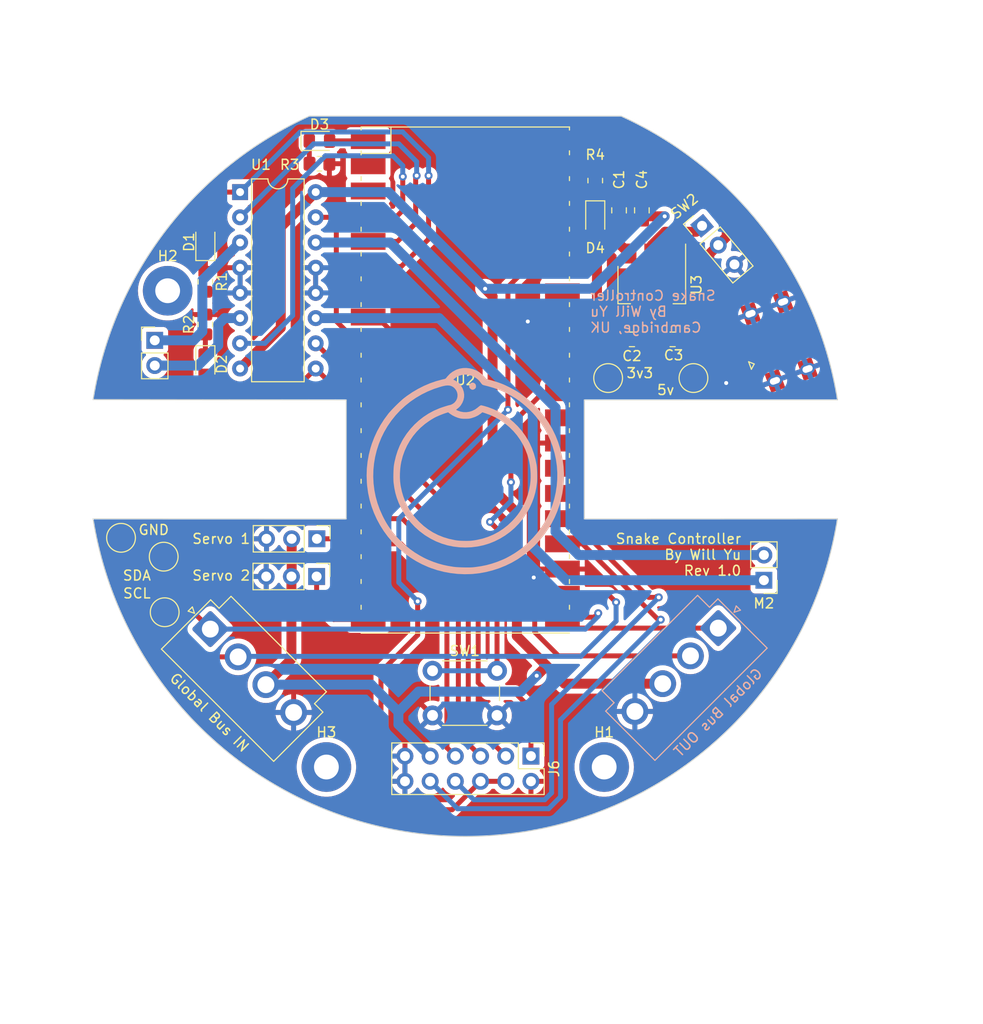
<source format=kicad_pcb>
(kicad_pcb (version 20221018) (generator pcbnew)
  (layers (0 "F.Cu" signal) (31 "B.Cu" signal) (34 "B.Paste" user) (35 "F.Paste" user) (36 "B.SilkS" user "B.Silkscreen") (37 "F.SilkS" user "F.Silkscreen") (38 "B.Mask" user) (39 "F.Mask" user) (44 "Edge.Cuts" user))
  (net 0 "")
  (net 12 "+3V3")
  (net 13 "+5V")
  (net 14 "GND")
  (net 15 "/Motor 1 EN")
  (net 16 "/Motor 1 a")
  (net 17 "Net-(M1-+)")
  (net 18 "Net-(M1--)")
  (net 19 "/Motor 1 b")
  (net 20 "VCC")
  (net 21 "/Motor 2 EN")
  (net 22 "/Motor 2 a")
  (net 23 "Net-(M2-+)")
  (net 24 "Net-(M2--)")
  (net 25 "/Motor 2 b")
  (net 26 "/GPIO10")
  (net 27 "/GPIO11")
  (net 28 "/GPIO12")
  (net 29 "/GPIO13")
  (net 30 "/Servo 1")
  (net 31 "/Servo 2")
  (net 32 "/SDA")
  (net 33 "/SCL")
  (net 34 "Net-(U2-RUN)")
  (net 35 "Net-(D1-K)")
  (net 36 "Net-(D2-K)")
  (net 40 "/USB IN")
  (net 41 "/SCL int")
  (net 42 "/SDA int")
  (net 43 "Net-(D3-K)")
  (net 44 "Net-(D4-K)")
  (net 46 "Net-(D3-A)")
  (footprint "MountingHole:MountingHole_2.5mm_Pad_TopBottom" (layer "F.Cu") (at 44.8 74.6)
    (fp_text reference "H2" (at 0 -3.5) (layer "F.SilkS"))
    (fp_text value "MountingHole")
    (pad "1" thru_hole circle (at 0 0) (size 2.9 2.9) (drill 2.5) (layers "*.Cu" "*.Mask"))
    (pad "1" connect circle (at 0 0) (size 5 5) (layers "F.Cu" "F.Mask"))
    (pad "1" connect circle (at 0 0) (size 5 5) (layers "B.Cu" "B.Mask"))
  )
  (footprint "Capacitor_SMD:C_0805_2012Metric_Pad1.18x1.45mm_HandSolder" (layer "F.Cu") (at 91.6 79.5 180)
    (fp_text reference "C2" (at 0 -1.68) (layer "F.SilkS"))
    (fp_text value "10uF")
    (pad "1" smd roundrect (at -1.0375 0 180) (size 1.175 1.45) (layers "F.Cu" "F.Paste" "F.Mask") (roundrect_rratio 0.2127659574) (net 13 "+5V"))
    (pad "2" smd roundrect (at 1.0375 0 180) (size 1.175 1.45) (layers "F.Cu" "F.Paste" "F.Mask") (roundrect_rratio 0.2127659574) (net 14 "GND"))
  )
  (footprint "Package_DIP:DIP-16_W7.62mm" (layer "F.Cu") (at 52.1 64.66)
    (fp_text reference "U1" (at 2.1 -2.76) (layer "F.SilkS"))
    (fp_text value "L293D")
    (pad "1" thru_hole rect (at 0 0) (size 1.6 1.6) (drill 0.8) (layers "*.Cu" "*.Mask") (net 15 "/Motor 1 EN"))
    (pad "2" thru_hole oval (at 0 2.54) (size 1.6 1.6) (drill 0.8) (layers "*.Cu" "*.Mask") (net 16 "/Motor 1 a"))
    (pad "3" thru_hole oval (at 0 5.08) (size 1.6 1.6) (drill 0.8) (layers "*.Cu" "*.Mask") (net 17 "Net-(M1-+)"))
    (pad "4" thru_hole oval (at 0 7.62) (size 1.6 1.6) (drill 0.8) (layers "*.Cu" "*.Mask") (net 14 "GND"))
    (pad "5" thru_hole oval (at 0 10.16) (size 1.6 1.6) (drill 0.8) (layers "*.Cu" "*.Mask") (net 14 "GND"))
    (pad "6" thru_hole oval (at 0 12.7) (size 1.6 1.6) (drill 0.8) (layers "*.Cu" "*.Mask") (net 18 "Net-(M1--)"))
    (pad "7" thru_hole oval (at 0 15.24) (size 1.6 1.6) (drill 0.8) (layers "*.Cu" "*.Mask") (net 19 "/Motor 1 b"))
    (pad "8" thru_hole oval (at 0 17.78) (size 1.6 1.6) (drill 0.8) (layers "*.Cu" "*.Mask") (net 20 "VCC"))
    (pad "9" thru_hole oval (at 7.62 17.78) (size 1.6 1.6) (drill 0.8) (layers "*.Cu" "*.Mask") (net 21 "/Motor 2 EN"))
    (pad "10" thru_hole oval (at 7.62 15.24) (size 1.6 1.6) (drill 0.8) (layers "*.Cu" "*.Mask") (net 22 "/Motor 2 a"))
    (pad "11" thru_hole oval (at 7.62 12.7) (size 1.6 1.6) (drill 0.8) (layers "*.Cu" "*.Mask") (net 23 "Net-(M2-+)"))
    (pad "12" thru_hole oval (at 7.62 10.16) (size 1.6 1.6) (drill 0.8) (layers "*.Cu" "*.Mask") (net 14 "GND"))
    (pad "13" thru_hole oval (at 7.62 7.62) (size 1.6 1.6) (drill 0.8) (layers "*.Cu" "*.Mask") (net 14 "GND"))
    (pad "14" thru_hole oval (at 7.62 5.08) (size 1.6 1.6) (drill 0.8) (layers "*.Cu" "*.Mask") (net 24 "Net-(M2--)"))
    (pad "15" thru_hole oval (at 7.62 2.54) (size 1.6 1.6) (drill 0.8) (layers "*.Cu" "*.Mask") (net 25 "/Motor 2 b"))
    (pad "16" thru_hole oval (at 7.62 0) (size 1.6 1.6) (drill 0.8) (layers "*.Cu" "*.Mask") (net 20 "VCC"))
  )
  (footprint "MountingHole:MountingHole_2.5mm_Pad_TopBottom" (layer "F.Cu") (at 88.8 122.6)
    (fp_text reference "H1" (at 0 -3.5) (layer "F.SilkS"))
    (fp_text value "MountingHole")
    (pad "1" thru_hole circle (at 0 0) (size 2.9 2.9) (drill 2.5) (layers "*.Cu" "*.Mask"))
    (pad "1" connect circle (at 0 0) (size 5 5) (layers "F.Cu" "F.Mask"))
    (pad "1" connect circle (at 0 0) (size 5 5) (layers "B.Cu" "B.Mask"))
  )
  (footprint "Connector_JST:JST_VH_B4P-VH_1x04_P3.96mm_Vertical" (layer "F.Cu") (at 49.1 108.7 -45)
    (fp_text reference "Global Bus IN" (at 5.868986 6.010408 135) (layer "F.SilkS"))
    (fp_text value "Global Bus IN")
    (pad "1" thru_hole roundrect (at 0 0 315) (size 2.7 2.7) (drill 1.7) (layers "*.Cu" "*.Mask") (roundrect_rratio 0.09259296296) (net 32 "/SDA"))
    (pad "2" thru_hole circle (at 3.96 0 315) (size 2.7 2.7) (drill 1.7) (layers "*.Cu" "*.Mask") (net 33 "/SCL"))
    (pad "3" thru_hole circle (at 7.92 0 315) (size 2.7 2.7) (drill 1.7) (layers "*.Cu" "*.Mask") (net 20 "VCC"))
    (pad "4" thru_hole circle (at 11.88 0 315) (size 2.7 2.7) (drill 1.7) (layers "*.Cu" "*.Mask") (net 14 "GND"))
  )
  (footprint "TestPoint:TestPoint_Pad_D2.5mm" (layer "F.Cu") (at 40.1 99.5)
    (fp_text reference "GND" (at 3.3 -0.8) (layer "F.SilkS"))
    (fp_text value "GND")
    (pad "1" smd circle (at 0 0) (size 2.5 2.5) (layers "F.Cu" "F.Mask") (net 14 "GND"))
  )
  (footprint "TestPoint:TestPoint_Pad_D2.5mm" (layer "F.Cu") (at 44.5 107)
    (fp_text reference "SCL" (at -2.8 -1.9) (layer "F.SilkS"))
    (fp_text value "SCL")
    (pad "1" smd circle (at 0 0) (size 2.5 2.5) (layers "F.Cu" "F.Mask") (net 33 "/SCL"))
  )
  (footprint "Connector_PinHeader_2.54mm:PinHeader_1x03_P2.54mm_Vertical" (layer "F.Cu") (at 98.667319 68.054247 40)
    (fp_text reference "SW2" (at -0.09768 -2.648052 40) (layer "F.SilkS"))
    (fp_text value "SW_SPDT")
    (pad "1" thru_hole rect (at 0 0 40) (size 1.7 1.7) (drill 1) (layers "*.Cu" "*.Mask") (net 13 "+5V"))
    (pad "2" thru_hole oval (at 0 2.54 40) (size 1.7 1.7) (drill 1) (layers "*.Cu" "*.Mask") (net 40 "/USB IN"))
    (pad "3" thru_hole oval (at 0 5.08 40) (size 1.7 1.7) (drill 1) (layers "*.Cu" "*.Mask") (net 14 "GND"))
  )
  (footprint "TestPoint:TestPoint_Pad_D2.5mm" (layer "F.Cu") (at 97.8 83.4)
    (fp_text reference "5v" (at -2.8 1.2) (layer "F.SilkS"))
    (fp_text value "Bat")
    (pad "1" smd circle (at 0 0) (size 2.5 2.5) (layers "F.Cu" "F.Mask") (net 13 "+5V"))
  )
  (footprint "Connector_PinHeader_2.54mm:PinHeader_2x06_P2.54mm_Vertical" (layer "F.Cu") (at 81.42 121.5 -90)
    (fp_text reference "J6" (at 1.27 -2.33 90) (layer "F.SilkS"))
    (fp_text value "Conn_02x06_Odd_Even")
    (pad "1" thru_hole rect (at 0 0 270) (size 1.7 1.7) (drill 1) (layers "*.Cu" "*.Mask") (net 26 "/GPIO10"))
    (pad "2" thru_hole oval (at 2.54 0 270) (size 1.7 1.7) (drill 1) (layers "*.Cu" "*.Mask") (net 14 "GND"))
    (pad "3" thru_hole oval (at 0 2.54 270) (size 1.7 1.7) (drill 1) (layers "*.Cu" "*.Mask") (net 27 "/GPIO11"))
    (pad "4" thru_hole oval (at 2.54 2.54 270) (size 1.7 1.7) (drill 1) (layers "*.Cu" "*.Mask") (net 12 "+3V3"))
    (pad "5" thru_hole oval (at 0 5.08 270) (size 1.7 1.7) (drill 1) (layers "*.Cu" "*.Mask") (net 28 "/GPIO12"))
    (pad "6" thru_hole oval (at 2.54 5.08 270) (size 1.7 1.7) (drill 1) (layers "*.Cu" "*.Mask") (net 12 "+3V3"))
    (pad "7" thru_hole oval (at 0 7.62 270) (size 1.7 1.7) (drill 1) (layers "*.Cu" "*.Mask") (net 29 "/GPIO13"))
    (pad "8" thru_hole oval (at 2.54 7.62 270) (size 1.7 1.7) (drill 1) (layers "*.Cu" "*.Mask") (net 41 "/SCL int"))
    (pad "9" thru_hole oval (at 0 10.16 270) (size 1.7 1.7) (drill 1) (layers "*.Cu" "*.Mask") (net 20 "VCC"))
    (pad "10" thru_hole oval (at 2.54 10.16 270) (size 1.7 1.7) (drill 1) (layers "*.Cu" "*.Mask") (net 42 "/SDA int"))
    (pad "11" thru_hole oval (at 0 12.7 270) (size 1.7 1.7) (drill 1) (layers "*.Cu" "*.Mask") (net 14 "GND"))
    (pad "12" thru_hole oval (at 2.54 12.7 270) (size 1.7 1.7) (drill 1) (layers "*.Cu" "*.Mask") (net 14 "GND"))
  )
  (footprint "LED_SMD:LED_0805_2012Metric_Pad1.15x1.40mm_HandSolder" (layer "F.Cu") (at 48.6 82 -90)
    (fp_text reference "D2" (at 0 -1.65 90) (layer "F.SilkS"))
    (fp_text value "LED")
    (pad "1" smd roundrect (at -1.025 0 270) (size 1.15 1.4) (layers "F.Cu" "F.Paste" "F.Mask") (roundrect_rratio 0.2173913043) (net 36 "Net-(D2-K)"))
    (pad "2" smd roundrect (at 1.025 0 270) (size 1.15 1.4) (layers "F.Cu" "F.Paste" "F.Mask") (roundrect_rratio 0.2173913043) (net 21 "/Motor 2 EN"))
  )
  (footprint "LED_SMD:LED_0805_2012Metric_Pad1.15x1.40mm_HandSolder" (layer "F.Cu") (at 87.9 67.4 -90)
    (fp_text reference "D4" (at 2.9 0 -180) (layer "F.SilkS"))
    (fp_text value "LED")
    (pad "1" smd roundrect (at -1.025 0 270) (size 1.15 1.4) (layers "F.Cu" "F.Paste" "F.Mask") (roundrect_rratio 0.2173913043) (net 44 "Net-(D4-K)"))
    (pad "2" smd roundrect (at 1.025 0 270) (size 1.15 1.4) (layers "F.Cu" "F.Paste" "F.Mask") (roundrect_rratio 0.2173913043) (net 12 "+3V3"))
  )
  (footprint "LED_SMD:LED_0805_2012Metric_Pad1.15x1.40mm_HandSolder" (layer "F.Cu") (at 60.1 59.5)
    (fp_text reference "D3" (at 0 -1.65) (layer "F.SilkS"))
    (fp_text value "LED")
    (pad "1" smd roundrect (at -1.025 0) (size 1.15 1.4) (layers "F.Cu" "F.Paste" "F.Mask") (roundrect_rratio 0.2173913043) (net 43 "Net-(D3-K)"))
    (pad "2" smd roundrect (at 1.025 0) (size 1.15 1.4) (layers "F.Cu" "F.Paste" "F.Mask") (roundrect_rratio 0.2173913043) (net 46 "Net-(D3-A)"))
  )
  (footprint "LED_SMD:LED_0805_2012Metric_Pad1.15x1.40mm_HandSolder" (layer "F.Cu") (at 48.6 69.7 90)
    (fp_text reference "D1" (at 0 -1.65 90) (layer "F.SilkS"))
    (fp_text value "LED")
    (pad "1" smd roundrect (at -1.025 0 90) (size 1.15 1.4) (layers "F.Cu" "F.Paste" "F.Mask") (roundrect_rratio 0.2173913043) (net 35 "Net-(D1-K)"))
    (pad "2" smd roundrect (at 1.025 0 90) (size 1.15 1.4) (layers "F.Cu" "F.Paste" "F.Mask") (roundrect_rratio 0.2173913043) (net 15 "/Motor 1 EN"))
  )
  (footprint "Resistor_SMD:R_0805_2012Metric_Pad1.20x1.40mm_HandSolder" (layer "F.Cu") (at 48.6 78 90)
    (fp_text reference "R2" (at 0 -1.65 90) (layer "F.SilkS"))
    (fp_text value "15")
    (pad "1" smd roundrect (at -1 0 90) (size 1.2 1.4) (layers "F.Cu" "F.Paste" "F.Mask") (roundrect_rratio 0.2083333333) (net 36 "Net-(D2-K)"))
    (pad "2" smd roundrect (at 1 0 90) (size 1.2 1.4) (layers "F.Cu" "F.Paste" "F.Mask") (roundrect_rratio 0.2083333333) (net 14 "GND"))
  )
  (footprint "Library:MicroUSB" (layer "F.Cu") (at 108.069796 79.101465 110)
    (fp_text reference "J5" hide)
    (fp_text value "USB_B_Micro" hide)
    (pad "1" smd rect (at -1.288299 -3.573006 200) (size 2.066012 0.4) (layers "F.Cu" "F.Paste" "F.Mask") (net 40 "/USB IN"))
    (pad "2" smd rect (at -0.638299 -3.573006 200) (size 2.066012 0.4) (layers "F.Cu" "F.Paste" "F.Mask"))
    (pad "3" smd rect (at 0.011701 -3.573006 200) (size 2.066012 0.4) (layers "F.Cu" "F.Paste" "F.Mask"))
    (pad "4" smd rect (at 0.661701 -3.573006 200) (size 2.066012 0.4) (layers "F.Cu" "F.Paste" "F.Mask"))
    (pad "5" smd rect (at 1.311701 -3.573006 200) (size 2.066012 0.4) (layers "F.Cu" "F.Paste" "F.Mask") (net 14 "GND"))
    (pad "6" thru_hole oval (at -3.6 -3.5 200) (size 1.5 1.1) (drill oval 1.05 0.65) (layers "*.Cu" "*.Mask") (net 14 "GND"))
    (pad "6" smd rect (at -3.6 -3.5 110) (size 2 1.5) (layers "F.Cu" "F.Paste" "F.Mask") (net 14 "GND"))
    (pad "6" thru_hole oval (at -3.6 0 200) (size 1.5 1.1) (drill oval 1.05 0.65) (layers "*.Cu" "*.Mask") (net 14 "GND"))
    (pad "6" smd rect (at -3.6 0 110) (size 2 1.5) (layers "F.Cu" "F.Paste" "F.Mask") (net 14 "GND"))
    (pad "6" thru_hole oval (at 3.6 -3.5 200) (size 1.5 1.1) (drill oval 1.05 0.65) (layers "*.Cu" "*.Mask") (net 14 "GND"))
    (pad "6" smd rect (at 3.6 -3.5 110) (size 2 1.5) (layers "F.Cu" "F.Paste" "F.Mask") (net 14 "GND"))
    (pad "6" thru_hole oval (at 3.6 0 200) (size 1.5 1.1) (drill oval 1.05 0.65) (layers "*.Cu" "*.Mask") (net 14 "GND"))
    (pad "6" smd rect (at 3.6 0 110) (size 2 1.5) (layers "F.Cu" "F.Paste" "F.Mask") (net 14 "GND"))
  )
  (footprint "Resistor_SMD:R_0805_2012Metric_Pad1.20x1.40mm_HandSolder" (layer "F.Cu") (at 48.6 73.7 -90)
    (fp_text reference "R1" (at 0 -1.65 90) (layer "F.SilkS"))
    (fp_text value "15")
    (pad "1" smd roundrect (at -1 0 270) (size 1.2 1.4) (layers "F.Cu" "F.Paste" "F.Mask") (roundrect_rratio 0.2083333333) (net 35 "Net-(D1-K)"))
    (pad "2" smd roundrect (at 1 0 270) (size 1.2 1.4) (layers "F.Cu" "F.Paste" "F.Mask") (roundrect_rratio 0.2083333333) (net 14 "GND"))
  )
  (footprint "Connector_PinHeader_2.54mm:PinHeader_1x02_P2.54mm_Vertical" (layer "F.Cu") (at 104.9 103.775 180)
    (fp_text reference "M2" (at 0 -2.33) (layer "F.SilkS"))
    (fp_text value "Motor_DC")
    (pad "1" thru_hole rect (at 0 0 180) (size 1.7 1.7) (drill 1) (layers "*.Cu" "*.Mask") (net 23 "Net-(M2-+)"))
    (pad "2" thru_hole oval (at 0 2.54 180) (size 1.7 1.7) (drill 1) (layers "*.Cu" "*.Mask") (net 24 "Net-(M2--)"))
  )
  (footprint "Capacitor_SMD:C_0805_2012Metric_Pad1.18x1.45mm_HandSolder" (layer "F.Cu") (at 90.3 66.5 90)
    (fp_text reference "C1" (at 3.1 0 90) (layer "F.SilkS"))
    (fp_text value "10uF")
    (pad "1" smd roundrect (at -1.0375 0 90) (size 1.175 1.45) (layers "F.Cu" "F.Paste" "F.Mask") (roundrect_rratio 0.2127659574) (net 20 "VCC"))
    (pad "2" smd roundrect (at 1.0375 0 90) (size 1.175 1.45) (layers "F.Cu" "F.Paste" "F.Mask") (roundrect_rratio 0.2127659574) (net 14 "GND"))
  )
  (footprint "TestPoint:TestPoint_Pad_D2.5mm" (layer "F.Cu") (at 89.2 83.4)
    (fp_text reference "3v3" (at 3.2 -0.5) (layer "F.SilkS"))
    (fp_text value "3v3")
    (pad "1" smd circle (at 0 0) (size 2.5 2.5) (layers "F.Cu" "F.Mask") (net 12 "+3V3"))
  )
  (footprint "Resistor_SMD:R_0805_2012Metric_Pad1.20x1.40mm_HandSolder" (layer "F.Cu") (at 60.1 61.8)
    (fp_text reference "R3" (at -3 0.1) (layer "F.SilkS"))
    (fp_text value "15")
    (pad "1" smd roundrect (at -1 0) (size 1.2 1.4) (layers "F.Cu" "F.Paste" "F.Mask") (roundrect_rratio 0.2083333333) (net 43 "Net-(D3-K)"))
    (pad "2" smd roundrect (at 1 0) (size 1.2 1.4) (layers "F.Cu" "F.Paste" "F.Mask") (roundrect_rratio 0.2083333333) (net 14 "GND"))
  )
  (footprint "Package_TO_SOT_SMD:SOT-223-3_TabPin2" (layer "F.Cu") (at 93.6 74 -90)
    (fp_text reference "U3" (at 0 -4.5 90) (layer "F.SilkS"))
    (fp_text value "AMS1117-5.0")
    (pad "1" smd rect (at -3.15 -2.3 270) (size 2 1.5) (layers "F.Cu" "F.Paste" "F.Mask") (net 14 "GND"))
    (pad "2" smd rect (at -3.15 0 270) (size 2 1.5) (layers "F.Cu" "F.Paste" "F.Mask") (net 13 "+5V"))
    (pad "2" smd rect (at 3.15 0 270) (size 2 3.8) (layers "F.Cu" "F.Paste" "F.Mask") (net 13 "+5V"))
    (pad "3" smd rect (at -3.15 2.3 270) (size 2 1.5) (layers "F.Cu" "F.Paste" "F.Mask") (net 20 "VCC"))
  )
  (footprint "Capacitor_SMD:C_0805_2012Metric_Pad1.18x1.45mm_HandSolder" (layer "F.Cu") (at 92.6 66.5 90)
    (fp_text reference "C4" (at 3.1 0 90) (layer "F.SilkS"))
    (fp_text value "0.1nF")
    (pad "1" smd roundrect (at -1.0375 0 90) (size 1.175 1.45) (layers "F.Cu" "F.Paste" "F.Mask") (roundrect_rratio 0.2127659574) (net 20 "VCC"))
    (pad "2" smd roundrect (at 1.0375 0 90) (size 1.175 1.45) (layers "F.Cu" "F.Paste" "F.Mask") (roundrect_rratio 0.2127659574) (net 14 "GND"))
  )
  (footprint "Button_Switch_THT:SW_PUSH_6mm" (layer "F.Cu") (at 71.5 112.9)
    (fp_text reference "SW1" (at 3.25 -2) (layer "F.SilkS"))
    (fp_text value "SW_Push")
    (pad "1" thru_hole circle (at 0 0 90) (size 2 2) (drill 1.1) (layers "*.Cu" "*.Mask") (net 34 "Net-(U2-RUN)"))
    (pad "1" thru_hole circle (at 6.5 0 90) (size 2 2) (drill 1.1) (layers "*.Cu" "*.Mask") (net 34 "Net-(U2-RUN)"))
    (pad "2" thru_hole circle (at 0 4.5 90) (size 2 2) (drill 1.1) (layers "*.Cu" "*.Mask") (net 14 "GND"))
    (pad "2" thru_hole circle (at 6.5 4.5 90) (size 2 2) (drill 1.1) (layers "*.Cu" "*.Mask") (net 14 "GND"))
  )
  (footprint "MCU_RaspberryPi_and_Boards:RPi_Pico_SMD no debug" (layer "F.Cu") (at 74.8 83.6)
    (fp_text reference "U2" (at 0 0) (layer "F.SilkS"))
    (fp_text value "Pico")
    (pad "1" smd rect (at -8.89 -24.13) (size 3.5 1.7) (drill (offset -0.9 0)) (layers "F.Cu" "F.Mask") (net 46 "Net-(D3-A)"))
    (pad "2" smd rect (at -8.89 -21.59) (size 3.5 1.7) (drill (offset -0.9 0)) (layers "F.Cu" "F.Mask"))
    (pad "3" smd rect (at -8.89 -19.05) (size 3.5 1.7) (drill (offset -0.9 0)) (layers "F.Cu" "F.Mask") (net 14 "GND"))
    (pad "4" smd rect (at -8.89 -16.51) (size 3.5 1.7) (drill (offset -0.9 0)) (layers "F.Cu" "F.Mask") (net 19 "/Motor 1 b"))
    (pad "5" smd rect (at -8.89 -13.97) (size 3.5 1.7) (drill (offset -0.9 0)) (layers "F.Cu" "F.Mask") (net 16 "/Motor 1 a"))
    (pad "6" smd rect (at -8.89 -11.43) (size 3.5 1.7) (drill (offset -0.9 0)) (layers "F.Cu" "F.Mask") (net 15 "/Motor 1 EN"))
    (pad "7" smd rect (at -8.89 -8.89) (size 3.5 1.7) (drill (offset -0.9 0)) (layers "F.Cu" "F.Mask"))
    (pad "8" smd rect (at -8.89 -6.35) (size 3.5 1.7) (drill (offset -0.9 0)) (layers "F.Cu" "F.Mask") (net 14 "GND"))
    (pad "9" smd rect (at -8.89 -3.81) (size 3.5 1.7) (drill (offset -0.9 0)) (layers "F.Cu" "F.Mask") (net 25 "/Motor 2 b"))
    (pad "10" smd rect (at -8.89 -1.27) (size 3.5 1.7) (drill (offset -0.9 0)) (layers "F.Cu" "F.Mask") (net 22 "/Motor 2 a"))
    (pad "11" smd rect (at -8.89 1.27) (size 3.5 1.7) (drill (offset -0.9 0)) (layers "F.Cu" "F.Mask") (net 21 "/Motor 2 EN"))
    (pad "12" smd rect (at -8.89 3.81) (size 3.5 1.7) (drill (offset -0.9 0)) (layers "F.Cu" "F.Mask"))
    (pad "13" smd rect (at -8.89 6.35) (size 3.5 1.7) (drill (offset -0.9 0)) (layers "F.Cu" "F.Mask") (net 14 "GND"))
    (pad "14" smd rect (at -8.89 8.89) (size 3.5 1.7) (drill (offset -0.9 0)) (layers "F.Cu" "F.Mask") (net 26 "/GPIO10"))
    (pad "15" smd rect (at -8.89 11.43) (size 3.5 1.7) (drill (offset -0.9 0)) (layers "F.Cu" "F.Mask") (net 27 "/GPIO11"))
    (pad "16" smd rect (at -8.89 13.97) (size 3.5 1.7) (drill (offset -0.9 0)) (layers "F.Cu" "F.Mask") (net 28 "/GPIO12"))
    (pad "17" smd rect (at -8.89 16.51) (size 3.5 1.7) (drill (offset -0.9 0)) (layers "F.Cu" "F.Mask") (net 29 "/GPIO13"))
    (pad "18" smd rect (at -8.89 19.05) (size 3.5 1.7) (drill (offset -0.9 0)) (layers "F.Cu" "F.Mask") (net 14 "GND"))
    (pad "19" smd rect (at -8.89 21.59) (size 3.5 1.7) (drill (offset -0.9 0)) (layers "F.Cu" "F.Mask") (net 30 "/Servo 1"))
    (pad "20" smd rect (at -8.89 24.13) (size 3.5 1.7) (drill (offset -0.9 0)) (layers "F.Cu" "F.Mask") (net 31 "/Servo 2"))
    (pad "21" smd rect (at 8.89 24.13) (size 3.5 1.7) (drill (offset 0.9 0)) (layers "F.Cu" "F.Mask") (net 32 "/SDA"))
    (pad "22" smd rect (at 8.89 21.59) (size 3.5 1.7) (drill (offset 0.9 0)) (layers "F.Cu" "F.Mask") (net 33 "/SCL"))
    (pad "23" smd rect (at 8.89 19.05) (size 3.5 1.7) (drill (offset 0.9 0)) (layers "F.Cu" "F.Mask") (net 14 "GND"))
    (pad "24" smd rect (at 8.89 16.51) (size 3.5 1.7) (drill (offset 0.9 0)) (layers "F.Cu" "F.Mask") (net 42 "/SDA int"))
    (pad "25" smd rect (at 8.89 13.97) (size 3.5 1.7) (drill (offset 0.9 0)) (layers "F.Cu" "F.Mask") (net 41 "/SCL int"))
    (pad "26" smd rect (at 8.89 11.43) (size 3.5 1.7) (drill (offset 0.9 0)) (layers "F.Cu" "F.Mask"))
    (pad "27" smd rect (at 8.89 8.89) (size 3.5 1.7) (drill (offset 0.9 0)) (layers "F.Cu" "F.Mask"))
    (pad "28" smd rect (at 8.89 6.35) (size 3.5 1.7) (drill (offset 0.9 0)) (layers "F.Cu" "F.Mask") (net 14 "GND"))
    (pad "29" smd rect (at 8.89 3.81) (size 3.5 1.7) (drill (offset 0.9 0)) (layers "F.Cu" "F.Mask"))
    (pad "30" smd rect (at 8.89 1.27) (size 3.5 1.7) (drill (offset 0.9 0)) (layers "F.Cu" "F.Mask") (net 34 "Net-(U2-RUN)"))
    (pad "31" smd rect (at 8.89 -1.27) (size 3.5 1.7) (drill (offset 0.9 0)) (layers "F.Cu" "F.Mask"))
    (pad "32" smd rect (at 8.89 -3.81) (size 3.5 1.7) (drill (offset 0.9 0)) (layers "F.Cu" "F.Mask"))
    (pad "33" smd rect (at 8.89 -6.35) (size 3.5 1.7) (drill (offset 0.9 0)) (layers "F.Cu" "F.Mask") (net 14 "GND"))
    (pad "34" smd rect (at 8.89 -8.89) (size 3.5 1.7) (drill (offset 0.9 0)) (layers "F.Cu" "F.Mask"))
    (pad "35" smd rect (at 8.89 -11.43) (size 3.5 1.7) (drill (offset 0.9 0)) (layers "F.Cu" "F.Mask"))
    (pad "36" smd rect (at 8.89 -13.97) (size 3.5 1.7) (drill (offset 0.9 0)) (layers "F.Cu" "F.Mask") (net 12 "+3V3"))
    (pad "37" smd rect (at 8.89 -16.51) (size 3.5 1.7) (drill (offset 0.9 0)) (layers "F.Cu" "F.Mask"))
    (pad "38" smd rect (at 8.89 -19.05) (size 3.5 1.7) (drill (offset 0.9 0)) (layers "F.Cu" "F.Mask") (net 14 "GND"))
    (pad "39" smd rect (at 8.89 -21.59) (size 3.5 1.7) (drill (offset 0.9 0)) (layers "F.Cu" "F.Mask"))
    (pad "40" smd rect (at 8.89 -24.13) (size 3.5 1.7) (drill (offset 0.9 0)) (layers "F.Cu" "F.Mask") (net 40 "/USB IN"))
  )
  (footprint "Resistor_SMD:R_0805_2012Metric_Pad1.20x1.40mm_HandSolder" (layer "F.Cu") (at 87.9 63.5 90)
    (fp_text reference "R4" (at 2.6 0 180) (layer "F.SilkS"))
    (fp_text value "15")
    (pad "1" smd roundrect (at -1 0 90) (size 1.2 1.4) (layers "F.Cu" "F.Paste" "F.Mask") (roundrect_rratio 0.2083333333) (net 44 "Net-(D4-K)"))
    (pad "2" smd roundrect (at 1 0 90) (size 1.2 1.4) (layers "F.Cu" "F.Paste" "F.Mask") (roundrect_rratio 0.2083333333) (net 14 "GND"))
  )
  (footprint "Capacitor_SMD:C_0805_2012Metric_Pad1.18x1.45mm_HandSolder" (layer "F.Cu") (at 95.7 79.5)
    (fp_text reference "C3" (at 0.1 1.6) (layer "F.SilkS"))
    (fp_text value "0.1nF")
    (pad "1" smd roundrect (at -1.0375 0) (size 1.175 1.45) (layers "F.Cu" "F.Paste" "F.Mask") (roundrect_rratio 0.2127659574) (net 13 "+5V"))
    (pad "2" smd roundrect (at 1.0375 0) (size 1.175 1.45) (layers "F.Cu" "F.Paste" "F.Mask") (roundrect_rratio 0.2127659574) (net 14 "GND"))
  )
  (footprint "Connector_PinHeader_2.54mm:PinHeader_1x02_P2.54mm_Vertical" (layer "F.Cu") (at 43.5 79.6)
    (fp_text reference "M1" hide)
    (fp_text value "Motor_DC")
    (pad "1" thru_hole rect (at 0 0) (size 1.7 1.7) (drill 1) (layers "*.Cu" "*.Mask") (net 17 "Net-(M1-+)"))
    (pad "2" thru_hole oval (at 0 2.54) (size 1.7 1.7) (drill 1) (layers "*.Cu" "*.Mask") (net 18 "Net-(M1--)"))
  )
  (footprint "MountingHole:MountingHole_2.5mm_Pad_TopBottom" (layer "F.Cu") (at 60.8 122.6)
    (fp_text reference "H3" (at 0 -3.5) (layer "F.SilkS"))
    (fp_text value "MountingHole")
    (pad "1" thru_hole circle (at 0 0) (size 2.9 2.9) (drill 2.5) (layers "*.Cu" "*.Mask"))
    (pad "1" connect circle (at 0 0) (size 5 5) (layers "F.Cu" "F.Mask"))
    (pad "1" connect circle (at 0 0) (size 5 5) (layers "B.Cu" "B.Mask"))
  )
  (footprint "Connector_PinHeader_2.54mm:PinHeader_1x03_P2.54mm_Vertical" (layer "F.Cu") (at 59.84 99.6 -90)
    (fp_text reference "Servo 1" (at 0 9.64 180) (layer "F.SilkS"))
    (fp_text value "Servo 1")
    (pad "1" thru_hole rect (at 0 0 270) (size 1.7 1.7) (drill 1) (layers "*.Cu" "*.Mask") (net 30 "/Servo 1"))
    (pad "2" thru_hole oval (at 0 2.54 270) (size 1.7 1.7) (drill 1) (layers "*.Cu" "*.Mask") (net 20 "VCC"))
    (pad "3" thru_hole oval (at 0 5.08 270) (size 1.7 1.7) (drill 1) (layers "*.Cu" "*.Mask") (net 14 "GND"))
  )
  (footprint "Connector_PinHeader_2.54mm:PinHeader_1x03_P2.54mm_Vertical" (layer "F.Cu") (at 59.815 103.4 -90)
    (fp_text reference "Servo 2" (at -0.1 9.615 180) (layer "F.SilkS"))
    (fp_text value "Servo 2")
    (pad "1" thru_hole rect (at 0 0 270) (size 1.7 1.7) (drill 1) (layers "*.Cu" "*.Mask") (net 31 "/Servo 2"))
    (pad "2" thru_hole oval (at 0 2.54 270) (size 1.7 1.7) (drill 1) (layers "*.Cu" "*.Mask") (net 20 "VCC"))
    (pad "3" thru_hole oval (at 0 5.08 270) (size 1.7 1.7) (drill 1) (layers "*.Cu" "*.Mask") (net 14 "GND"))
  )
  (footprint "TestPoint:TestPoint_Pad_D2.5mm" (layer "F.Cu") (at 44.4 101.4)
    (fp_text reference "SDA" (at -2.7 1.9) (layer "F.SilkS"))
    (fp_text value "SDA")
    (pad "1" smd circle (at 0 0) (size 2.5 2.5) (layers "F.Cu" "F.Mask") (net 32 "/SDA"))
  )
  (footprint "Connector_JST:JST_VH_B4P-VH_1x04_P3.96mm_Vertical" (layer "B.Cu") (at 100.3 108.6 -135)
    (fp_text reference "Global Bus OUT" (at 6.010408 -6.010408 45) (layer "B.SilkS") (effects (justify mirror)))
    (fp_text value "Global Bus OUT")
    (pad "1" thru_hole roundrect (at 0 0 225) (size 2.7 2.7) (drill 1.7) (layers "*.Cu" "*.Mask") (roundrect_rratio 0.09259296296) (net 32 "/SDA"))
    (pad "2" thru_hole circle (at 3.96 0 225) (size 2.7 2.7) (drill 1.7) (layers "*.Cu" "*.Mask") (net 33 "/SCL"))
    (pad "3" thru_hole circle (at 7.92 0 225) (size 2.7 2.7) (drill 1.7) (layers "*.Cu" "*.Mask") (net 20 "VCC"))
    (pad "4" thru_hole circle (at 11.88 0 225) (size 2.7 2.7) (drill 1.7) (layers "*.Cu" "*.Mask") (net 14 "GND"))
  )
  (footprint "LOGO" (layer "B.Cu") (at 74.8 92.8 180)
    (fp_text reference "G***" hide)
    (fp_text value "LOGO" hide)
  )
  (gr_line (start 86.8 85.6) (end 112.322664 85.596374) (stroke (width 0.1)) (layer "Edge.Cuts"))
  (gr_line (start 86.8 97.6) (end 112.319169 97.588919) (stroke (width 0.1)) (layer "Edge.Cuts"))
  (gr_arc (start 37.281713 85.569074) (mid 44.597299 68.539411) (end 59.09813 56.995879) (stroke (width 0.1)) (layer "Edge.Cuts"))
  (gr_line (start 37.281238 97.591472) (end 62.8 97.6) (stroke (width 0.1)) (layer "Edge.Cuts"))
  (gr_line (start 59.09813 56.995879) (end 90.50187 56.99588) (stroke (width 0.1)) (layer "Edge.Cuts"))
  (gr_arc (start 112.319169 97.588919) (mid 74.801293 129.594147) (end 37.281238 97.591472) (stroke (width 0.1)) (layer "Edge.Cuts"))
  (gr_line (start 86.8 85.6) (end 86.8 97.6) (stroke (width 0.1)) (layer "Edge.Cuts"))
  (gr_arc (start 90.50187 56.99588) (mid 105.011088 68.550401) (end 112.322664 85.596374) (stroke (width 0.1)) (layer "Edge.Cuts"))
  (gr_line (start 37.281713 85.569074) (end 62.8 85.6) (stroke (width 0.1)) (layer "Edge.Cuts"))
  (gr_line (start 62.8 85.6) (end 62.8 97.6) (stroke (width 0.1)) (layer "Edge.Cuts"))
  (gr_text "Snake Controller\nBy Will Yu\nCambridge, UK\n" (at 87.3 78.9) (layer "B.SilkS") (effects (font (size 1 1)) (justify right bottom mirror)))
  (gr_text "Snake Controller\nBy Will Yu\nRev 1.0\n" (at 102.7 103.4) (layer "F.SilkS") (effects (font (size 1 1)) (justify right bottom)))
  (segment (start 87.9 68.425) (end 86.695 69.63) (width 1) (layer "F.Cu") (net 12))
  (segment (start 70 109.3) (end 66.3 113) (width 0.5) (layer "F.Cu") (net 12))
  (segment (start 66.3 124.8) (end 68.4 126.9) (width 0.5) (layer "F.Cu") (net 12))
  (segment (start 73.48 126.9) (end 76.34 124.04) (width 0.5) (layer "F.Cu") (net 12))
  (segment (start 68.4 126.9) (end 73.48 126.9) (width 0.5) (layer "F.Cu") (net 12))
  (segment (start 88.075 77.4) (end 88.075 82.275) (width 1) (layer "F.Cu") (net 12))
  (segment (start 83.69 69.63) (end 85.55 69.63) (width 0.5) (layer "F.Cu") (net 12))
  (segment (start 66.3 113) (end 66.3 124.8) (width 0.5) (layer "F.Cu") (net 12))
  (segment (start 83.69 69.63) (end 79.1 74.22) (width 0.5) (layer "F.Cu") (net 12))
  (segment (start 83.69 69.63) (end 86.05 69.63) (width 1) (layer "F.Cu") (net 12))
  (segment (start 88.075 71.655) (end 88.075 77.4) (width 1) (layer "F.Cu") (net 12))
  (segment (start 79.1 74.22) (end 79.1 86.6) (width 0.5) (layer "F.Cu") (net 12))
  (segment (start 86.695 69.63) (end 83.69 69.63) (width 1) (layer "F.Cu") (net 12))
  (segment (start 86.05 69.63) (end 88.075 71.655) (width 1) (layer "F.Cu") (net 12))
  (segment (start 88.075 82.275) (end 89.2 83.4) (width 1) (layer "F.Cu") (net 12))
  (segment (start 76.34 124.04) (end 78.88 124.04) (width 0.5) (layer "F.Cu") (net 12))
  (segment (start 70 105.9) (end 70 109.3) (width 0.5) (layer "F.Cu") (net 12))
  (via (at 70 105.9) (size 0.8) (drill 0.4) (layers "F.Cu" "B.Cu") (net 12))
  (via (at 79.1 86.6) (size 0.8) (drill 0.4) (layers "F.Cu" "B.Cu") (net 12))
  (segment (start 68.1 97.6) (end 68.1 104) (width 0.5) (layer "B.Cu") (net 12))
  (segment (start 79.1 86.6) (end 68.1 97.6) (width 0.5) (layer "B.Cu") (net 12))
  (segment (start 68.1 104) (end 70 105.9) (width 0.5) (layer "B.Cu") (net 12))
  (segment (start 93.6 70.85) (end 93.6 70) (width 1) (layer "F.Cu") (net 13))
  (segment (start 93.6 77.15) (end 93.6 78.5375) (width 1) (layer "F.Cu") (net 13))
  (segment (start 92.6375 79.5) (end 94.6625 79.5) (width 1) (layer "F.Cu") (net 13))
  (segment (start 93.6 70.85) (end 93.6 77.15) (width 1) (layer "F.Cu") (net 13))
  (segment (start 94.6625 80.2625) (end 97.8 83.4) (width 1) (layer "F.Cu") (net 13))
  (segment (start 93.6 70) (end 94.942417 68.657583) (width 1) (layer "F.Cu") (net 13))
  (segment (start 94.6625 79.5) (end 94.6625 80.2625) (width 1) (layer "F.Cu") (net 13))
  (segment (start 93.6 78.5375) (end 92.6375 79.5) (width 1) (layer "F.Cu") (net 13))
  (segment (start 93.6 78.4375) (end 94.6625 79.5) (width 1) (layer "F.Cu") (net 13))
  (segment (start 94.942417 68.657583) (end 98.063983 68.657583) (width 1) (layer "F.Cu") (net 13))
  (segment (start 98.063983 68.657583) (end 98.667319 68.054247) (width 1) (layer "F.Cu") (net 13))
  (segment (start 93.6 77.15) (end 93.6 78.4375) (width 1) (layer "F.Cu") (net 13))
  (segment (start 65.91 89.95) (end 67.21 88.65) (width 0.5) (layer "F.Cu") (net 14))
  (segment (start 85.69957 64.55) (end 87.74957 62.5) (width 1) (layer "F.Cu") (net 14))
  (segment (start 67.21 78.55) (end 65.91 77.25) (width 0.5) (layer "F.Cu") (net 14))
  (segment (start 83.69 64.55) (end 85.69957 64.55) (width 1) (layer "F.Cu") (net 14))
  (segment (start 87.74957 62.5) (end 87.9 62.5) (width 1) (layer "F.Cu") (net 14))
  (segment (start 67.21 88.65) (end 67.21 78.55) (width 0.5) (layer "F.Cu") (net 14))
  (via (at 81.7 103.5) (size 0.8) (drill 0.4) (layers "F.Cu" "B.Cu") (net 14))
  (via (at 81.1 77.7) (size 0.8) (drill 0.4) (layers "F.Cu" "B.Cu") (net 14))
  (via (at 101.1 83.9) (size 0.8) (drill 0.4) (layers "F.Cu" "B.Cu") (net 14))
  (segment (start 65.91 72.17) (end 68.33 72.17) (width 0.5) (layer "F.Cu") (net 15))
  (segment (start 68.33 72.17) (end 71.1 69.4) (width 0.5) (layer "F.Cu") (net 15))
  (segment (start 48.6 66.7) (end 50.64 64.66) (width 0.5) (layer "F.Cu") (net 15))
  (segment (start 50.64 64.66) (end 52.1 64.66) (width 0.5) (layer "F.Cu") (net 15))
  (segment (start 71.1 69.4) (end 71.1 63) (width 0.5) (layer "F.Cu") (net 15))
  (segment (start 48.6 68.675) (end 48.6 66.7) (width 0.5) (layer "F.Cu") (net 15))
  (via (at 71.1 63) (size 0.8) (drill 0.4) (layers "F.Cu" "B.Cu") (net 15))
  (segment (start 71.1 63) (end 71.1 61.21005) (width 0.5) (layer "B.Cu") (net 15))
  (segment (start 68.48995 58.6) (end 58.16 58.6) (width 0.5) (layer "B.Cu") (net 15))
  (segment (start 71.1 61.21005) (end 68.48995 58.6) (width 0.5) (layer "B.Cu") (net 15))
  (segment (start 58.16 58.6) (end 52.1 64.66) (width 0.5) (layer "B.Cu") (net 15))
  (segment (start 65.91 69.63) (end 67.97 69.63) (width 0.5) (layer "F.Cu") (net 16))
  (segment (start 69.8 67.8) (end 69.8 63.1) (width 0.5) (layer "F.Cu") (net 16))
  (segment (start 67.97 69.63) (end 69.8 67.8) (width 0.5) (layer "F.Cu") (net 16))
  (segment (start 69.8 63.1) (end 69.9 63) (width 0.5) (layer "F.Cu") (net 16))
  (via (at 69.9 63) (size 0.8) (drill 0.4) (layers "F.Cu" "B.Cu") (net 16))
  (segment (start 69.9 61.6) (end 69.9 63) (width 0.5) (layer "B.Cu") (net 16))
  (segment (start 68.1 59.8) (end 69.9 61.6) (width 0.5) (layer "B.Cu") (net 16))
  (segment (start 59.5 59.8) (end 68.1 59.8) (width 0.5) (layer "B.Cu") (net 16))
  (segment (start 52.1 67.2) (end 59.5 59.8) (width 0.5) (layer "B.Cu") (net 16))
  (segment (start 47.4 79.6) (end 43.5 79.6) (width 1) (layer "B.Cu") (net 17))
  (segment (start 48.3 73.54) (end 52.1 69.74) (width 1) (layer "B.Cu") (net 17))
  (segment (start 47.4 79.6) (end 48.3 78.7) (width 1) (layer "B.Cu") (net 17))
  (segment (start 48.3 78.7) (end 48.3 73.54) (width 1) (layer "B.Cu") (net 17))
  (segment (start 49.9 80.1) (end 49.9 78) (width 1) (layer "B.Cu") (net 18))
  (segment (start 50.54 77.36) (end 52.1 77.36) (width 1) (layer "B.Cu") (net 18))
  (segment (start 47.86 82.14) (end 49.9 80.1) (width 1) (layer "B.Cu") (net 18))
  (segment (start 47.86 82.14) (end 43.5 82.14) (width 1) (layer "B.Cu") (net 18))
  (segment (start 49.9 78) (end 50.54 77.36) (width 1) (layer "B.Cu") (net 18))
  (segment (start 67.91 67.09) (end 65.91 67.09) (width 0.5) (layer "F.Cu") (net 19))
  (segment (start 68.5 63.1) (end 68.5 66.5) (width 0.5) (layer "F.Cu") (net 19))
  (segment (start 68.5 66.5) (end 67.91 67.09) (width 0.5) (layer "F.Cu") (net 19))
  (via (at 68.5 63.1) (size 0.8) (drill 0.4) (layers "F.Cu" "B.Cu") (net 19))
  (segment (start 57.4 64.3) (end 57.4 77.1) (width 0.5) (layer "B.Cu") (net 19))
  (segment (start 67.5 61) (end 60.7 61) (width 0.5) (layer "B.Cu") (net 19))
  (segment (start 68.5 63.1) (end 68.5 62) (width 0.5) (layer "B.Cu") (net 19))
  (segment (start 57.4 77.1) (end 54.6 79.9) (width 0.5) (layer "B.Cu") (net 19))
  (segment (start 68.5 62) (end 67.5 61) (width 0.5) (layer "B.Cu") (net 19))
  (segment (start 54.6 79.9) (end 52.1 79.9) (width 0.5) (layer "B.Cu") (net 19))
  (segment (start 60.7 61) (end 57.4 64.3) (width 0.5) (layer "B.Cu") (net 19))
  (segment (start 77.55 94.55) (end 80 97) (width 1) (layer "F.Cu") (net 20))
  (segment (start 56.2 68.18) (end 56.2 78.34) (width 1) (layer "F.Cu") (net 20))
  (segment (start 84.800286 114.200286) (end 94.699714 114.200286) (width 1) (layer "F.Cu") (net 20))
  (segment (start 93.0375 67.1) (end 92.6 67.5375) (width 1) (layer "F.Cu") (net 20))
  (segment (start 82 113.4) (end 82.95 112.45) (width 1) (layer "F.Cu") (net 20))
  (segment (start 82.95 112.45) (end 82.95 112.35) (width 1) (layer "F.Cu") (net 20))
  (segment (start 94.9 67.1) (end 93.0375 67.1) (width 1) (layer "F.Cu") (net 20))
  (segment (start 57.3 99.6) (end 57.3 103.375) (width 1) (layer "F.Cu") (net 20))
  (segment (start 80 97) (end 80 109.4) (width 1) (layer "F.Cu") (net 20))
  (segment (start 90.3 69.85) (end 91.3 70.85) (width 1) (layer "F.Cu") (net 20))
  (segment (start 59.72 64.66) (end 56.2 68.18) (width 1) (layer "F.Cu") (net 20))
  (segment (start 90.3 67.5375) (end 90.3 69.85) (width 1) (layer "F.Cu") (net 20))
  (segment (start 77.55 75.15) (end 76.8 74.4) (width 1) (layer "F.Cu") (net 20))
  (segment (start 80 109.4) (end 82.95 112.35) (width 1) (layer "F.Cu") (net 20))
  (segment (start 82.95 112.35) (end 84.800286 114.200286) (width 1) (layer "F.Cu") (net 20))
  (segment (start 77.55 94.55) (end 77.55 75.15) (width 1) (layer "F.Cu") (net 20))
  (segment (start 92.6 67.5375) (end 90.3 67.5375) (width 1) (layer "F.Cu") (net 20))
  (segment (start 56.2 78.34) (end 52.1 82.44) (width 1) (layer "F.Cu") (net 20))
  (segment (start 57.275 111.725572) (end 54.700286 114.300286) (width 1) (layer "F.Cu") (net 20))
  (segment (start 57.3 103.375) (end 57.275 103.4) (width 1) (layer "F.Cu") (net 20))
  (segment (start 57.275 103.4) (end 57.275 111.725572) (width 1) (layer "F.Cu") (net 20))
  (via (at 94.9 67.1) (size 0.8) (drill 0.4) (layers "F.Cu" "B.Cu") (net 20))
  (via (at 82 113.4) (size 0.8) (drill 0.4) (layers "F.Cu" "B.Cu") (net 20))
  (via (at 76.8 74.4) (size 0.8) (drill 0.4) (layers "F.Cu" "B.Cu") (net 20))
  (segment (start 68.06 117.04) (end 65.320286 114.300286) (width 1) (layer "B.Cu") (net 20))
  (segment (start 87.6 74.4) (end 94.9 67.1) (width 1) (layer "B.Cu") (net 20))
  (segment (start 68.06 118.3) (end 68.06 117.04) (width 1) (layer "B.Cu") (net 20))
  (segment (start 68.06 118.3) (end 71.26 121.5) (width 1) (layer "B.Cu") (net 20))
  (segment (start 68.06 117.04) (end 70.1 115) (width 1) (layer "B.Cu") (net 20))
  (segment (start 59.72 64.66) (end 67.06 64.66) (width 1) (layer "B.Cu") (net 20))
  (segment (start 67.06 64.66) (end 76.8 74.4) (width 1) (layer "B.Cu") (net 20))
  (segment (start 70.1 115) (end 80.4 115) (width 1) (layer "B.Cu") (net 20))
  (segment (start 77.505 74.4) (end 87.6 74.4) (width 1) (layer "B.Cu") (net 20))
  (segment (start 54.527817 114.35) (end 54.48898 114.311163) (width 0.5) (layer "B.Cu") (net 20))
  (segment (start 80.4 115) (end 82 113.4) (width 1) (layer "B.Cu") (net 20))
  (segment (start 77.505 74.4) (end 76.8 74.4) (width 1) (layer "B.Cu") (net 20))
  (segment (start 65.320286 114.300286) (end 54.700286 114.300286) (width 1) (layer "B.Cu") (net 20))
  (segment (start 61.15 83.87) (end 64.91 83.87) (width 0.5) (layer "F.Cu") (net 21))
  (segment (start 49.975 84.7) (end 57.46 84.7) (width 0.5) (layer "F.Cu") (net 21))
  (segment (start 64.91 83.87) (end 65.91 84.87) (width 0.5) (layer "F.Cu") (net 21))
  (segment (start 48.6 83.025) (end 48.6 83.325) (width 0.5) (layer "F.Cu") (net 21))
  (segment (start 59.72 82.44) (end 61.15 83.87) (width 0.5) (layer "F.Cu") (net 21))
  (segment (start 48.6 83.325) (end 49.975 84.7) (width 0.5) (layer "F.Cu") (net 21))
  (segment (start 57.46 84.7) (end 59.72 82.44) (width 0.5) (layer "F.Cu") (net 21))
  (segment (start 65.91 82.33) (end 62.15 82.33) (width 0.5) (layer "F.Cu") (net 22))
  (segment (start 62.15 82.33) (end 59.72 79.9) (width 0.5) (layer "F.Cu") (net 22))
  (segment (start 84.975 103.775) (end 104.9 103.775) (width 1) (layer "B.Cu") (net 23))
  (segment (start 81.6 100.4) (end 84.975 103.775) (width 1) (layer "B.Cu") (net 23))
  (segment (start 81.6 86.8) (end 81.6 100.4) (width 1) (layer "B.Cu") (net 23))
  (segment (start 72.16 77.36) (end 59.72 77.36) (width 1) (layer "B.Cu") (net 23))
  (segment (start 81.6 86.8) (end 72.16 77.36) (width 1) (layer "B.Cu") (net 23))
  (segment (start 104.9 101.235) (end 86.235 101.235) (width 1) (layer "B.Cu") (net 24))
  (segment (start 83.9 98.9) (end 83.9 86.4) (width 1) (layer "B.Cu") (net 24))
  (segment (start 86.235 101.235) (end 83.9 98.9) (width 1) (layer "B.Cu") (net 24))
  (segment (start 67.24 69.74) (end 59.72 69.74) (width 1) (layer "B.Cu") (net 24))
  (segment (start 83.9 86.4) (end 67.24 69.74) (width 1) (layer "B.Cu") (net 24))
  (segment (start 61.8 77.672233) (end 61.8 67.7) (width 0.5) (layer "F.Cu") (net 25))
  (segment (start 65.8 79.9) (end 65.91 79.79) (width 0.5) (layer "F.Cu") (net 25))
  (segment (start 61.8 67.7) (end 61.3 67.2) (width 0.5) (layer "F.Cu") (net 25))
  (segment (start 65.91 79.79) (end 63.917767 79.79) (width 0.5) (layer "F.Cu") (net 25))
  (segment (start 65.5 79.38) (end 65.91 79.79) (width 0.5) (layer "F.Cu") (net 25))
  (segment (start 63.917767 79.79) (end 61.8 77.672233) (width 0.5) (layer "F.Cu") (net 25))
  (segment (start 61.3 67.2) (end 59.72 67.2) (width 0.5) (layer "F.Cu") (net 25))
  (segment (start 81.42 116.72) (end 81.42 121.5) (width 0.5) (layer "F.Cu") (net 26))
  (segment (start 76.1 114.1) (end 77.1 115.1) (width 0.5) (layer "F.Cu") (net 26))
  (segment (start 65.91 92.49) (end 69.19 92.49) (width 0.5) (layer "F.Cu") (net 26))
  (segment (start 79.8 115.1) (end 81.42 116.72) (width 0.5) (layer "F.Cu") (net 26))
  (segment (start 77.1 115.1) (end 79.8 115.1) (width 0.5) (layer "F.Cu") (net 26))
  (segment (start 69.19 92.49) (end 76.1 99.4) (width 0.5) (layer "F.Cu") (net 26))
  (segment (start 76.1 99.4) (end 76.1 114.1) (width 0.5) (layer "F.Cu") (net 26))
  (segment (start 68.73 95.03) (end 75.1 101.4) (width 0.5) (layer "F.Cu") (net 27))
  (segment (start 65.91 95.03) (end 68.73 95.03) (width 0.5) (layer "F.Cu") (net 27))
  (segment (start 75.1 117.72) (end 78.88 121.5) (width 0.5) (layer "F.Cu") (net 27))
  (segment (start 75.1 101.4) (end 75.1 117.72) (width 0.5) (layer "F.Cu") (net 27))
  (segment (start 68.47 97.57) (end 74.1 103.2) (width 0.5) (layer "F.Cu") (net 28))
  (segment (start 74.1 103.2) (end 74.1 119.26) (width 0.5) (layer "F.Cu") (net 28))
  (segment (start 65.91 97.57) (end 68.47 97.57) (width 0.5) (layer "F.Cu") (net 28))
  (segment (start 74.1 119.26) (end 76.34 121.5) (width 0.5) (layer "F.Cu") (net 28))
  (segment (start 72.95 104.75) (end 72.95 120.65) (width 0.5) (layer "F.Cu") (net 29))
  (segment (start 68.31 100.11) (end 72.85 104.65) (width 0.5) (layer "F.Cu") (net 29))
  (segment (start 72.95 120.65) (end 73.8 121.5) (width 0.5) (layer "F.Cu") (net 29))
  (segment (start 68.31 100.11) (end 65.91 100.11) (width 0.5) (layer "F.Cu") (net 29))
  (segment (start 72.85 104.65) (end 72.95 104.75) (width 0.5) (layer "F.Cu") (net 29))
  (segment (start 62.2 104.7) (end 62.69 105.19) (width 0.5) (layer "F.Cu") (net 30))
  (segment (start 62.2 100.4) (end 62.2 104.7) (width 0.5) (layer "F.Cu") (net 30))
  (segment (start 62.69 105.19) (end 65.91 105.19) (width 0.5) (layer "F.Cu") (net 30))
  (segment (start 61.4 99.6) (end 62.2 100.4) (width 0.5) (layer "F.Cu") (net 30))
  (segment (start 59.84 99.6) (end 61.4 99.6) (width 0.5) (layer "F.Cu") (net 30))
  (segment (start 59.815 103.4) (end 59.815 106.015) (width 0.5) (layer "F.Cu") (net 31))
  (segment (start 59.815 106.015) (end 61.53 107.73) (width 0.5) (layer "F.Cu") (net 31))
  (segment (start 61.53 107.73) (end 65.91 107.73) (width 0.5) (layer "F.Cu") (net 31))
  (segment (start 83.69 107.73) (end 84.56 108.6) (width 0.5) (layer "F.Cu") (net 32))
  (segment (start 83.69 107.73) (end 83.92 107.5) (width 0.5) (layer "F.Cu") (net 32))
  (segment (start 87.8 107.5) (end 88.2 107.1) (width 0.5) (layer "F.Cu") (net 32))
  (segment (start 84.56 108.6) (end 100.3 108.6) (width 0.5) (layer "F.Cu") (net 32))
  (segment (start 46.8 106.4) (end 49.1 108.7) (width 0.5) (layer "F.Cu") (net 32))
  (segment (start 44.4 101.4) (end 46.8 103.8) (width 0.5) (layer "F.Cu") (net 32))
  (segment (start 46.8 103.8) (end 46.8 106.4) (width 0.5) (layer "F.Cu") (net 32))
  (segment (start 83.92 107.5) (end 87.8 107.5) (width 0.5) (layer "F.Cu") (net 32))
  (via (at 88.2 107.1) (size 0.8) (drill 0.4) (layers "F.Cu" "B.Cu") (net 32))
  (segment (start 88.2 107.1) (end 88.2 107.4) (width 0.5) (layer "B.Cu") (net 32))
  (segment (start 88.2 107.4) (end 86.9 108.7) (width 0.5) (layer "B.Cu") (net 32))
  (segment (start 86.9 108.7) (end 49.1 108.7) (width 0.5) (layer "B.Cu") (net 32))
  (segment (start 84.200143 111.400143) (end 97.499857 111.400143) (width 0.5) (layer "F.Cu") (net 33))
  (segment (start 44.5 109) (end 47.000143 111.500143) (width 0.5) (layer "F.Cu") (net 33))
  (segment (start 47.000143 111.500143) (end 51.900143 111.500143) (width 0.5) (layer "F.Cu") (net 33))
  (segment (start 81.8 109) (end 84.200143 111.400143) (width 0.5) (layer "F.Cu") (net 33))
  (segment (start 83.69 105.19) (end 82.71 105.19) (width 0.5) (layer "F.Cu") (net 33))
  (segment (start 44.5 107) (end 44.5 109) (width 0.5) (layer "F.Cu") (net 33))
  (segment (start 81.8 106.1) (end 81.8 109) (width 0.5) (layer "F.Cu") (net 33))
  (segment (start 89.19 105.19) (end 90 106) (width 0.5) (layer "F.Cu") (net 33))
  (segment (start 83.69 105.19) (end 89.19 105.19) (width 0.5) (layer "F.Cu") (net 33))
  (segment (start 82.71 105.19) (end 81.8 106.1) (width 0.5) (layer "F.Cu") (net 33))
  (via (at 90 106) (size 0.8) (drill 0.4) (layers "F.Cu" "B.Cu") (net 33))
  (segment (start 90 107.9) (end 86.45 111.45) (width 0.5) (layer "B.Cu") (net 33))
  (segment (start 86.45 111.45) (end 51.950286 111.45) (width 0.5) (layer "B.Cu") (net 33))
  (segment (start 51.950286 111.45) (end 51.900143 111.500143) (width 0.5) (layer "B.Cu") (net 33))
  (segment (start 90 106) (end 90 107.9) (width 0.5) (layer "B.Cu") (net 33))
  (segment (start 82.63 84.87) (end 83.69 84.87) (width 0.5) (layer "F.Cu") (net 34))
  (segment (start 82.63 84.87) (end 79.4 88.1) (width 0.5) (layer "F.Cu") (net 34))
  (segment (start 79.4 88.1) (end 79.4 93.9) (width 0.5) (layer "F.Cu") (net 34))
  (segment (start 78 98.6) (end 78 112.9) (width 0.5) (layer "F.Cu") (net 34))
  (segment (start 77.3 97.9) (end 78 98.6) (width 0.5) (layer "F.Cu") (net 34))
  (via (at 77.3 97.9) (size 0.8) (drill 0.4) (layers "F.Cu" "B.Cu") (net 34))
  (via (at 79.4 93.9) (size 0.8) (drill 0.4) (layers "F.Cu" "B.Cu") (net 34))
  (segment (start 78 112.9) (end 71.5 112.9) (width 0.5) (layer "B.Cu") (net 34))
  (segment (start 79.4 93.9) (end 79.4 95.8) (width 0.5) (layer "B.Cu") (net 34))
  (segment (start 79.4 95.8) (end 77.3 97.9) (width 0.5) (layer "B.Cu") (net 34))
  (segment (start 48.6 70.725) (end 48.6 72.7) (width 0.5) (layer "F.Cu") (net 35))
  (segment (start 48.6 79) (end 48.6 80.975) (width 0.5) (layer "F.Cu") (net 36))
  (segment (start 99.2 65.2) (end 101.15 67.15) (width 1) (layer "F.Cu") (net 40))
  (segment (start 101.15 69.15) (end 100.3 70) (width 1) (layer "F.Cu") (net 40))
  (segment (start 100.3 70) (end 99.4 70.9) (width 1) (layer "F.Cu") (net 40))
  (segment (start 92.07 59.47) (end 97.8 65.2) (width 1) (layer "F.Cu") (net 40))
  (segment (start 99.4 70.9) (end 99.4 79.6) (width 1) (layer "F.Cu") (net 40))
  (segment (start 101.15 67.15) (end 101.15 69.15) (width 1) (layer "F.Cu") (net 40))
  (segment (start 99.4 79.6) (end 101.964557 82.164557) (width 1) (layer "F.Cu") (net 40))
  (segment (start 83.69 59.47) (end 92.07 59.47) (width 1) (layer "F.Cu") (net 40))
  (segment (start 97.8 65.2) (end 99.2 65.2) (width 1) (layer "F.Cu") (net 40))
  (segment (start 101.964557 82.164557) (end 105.152893 82.164557) (width 1) (layer "F.Cu") (net 40))
  (segment (start 94.1 105.4) (end 94.2 105.4) (width 0.5) (layer "F.Cu") (net 41))
  (segment (start 93.3 105.5) (end 94.3 105.5) (width 0.5) (layer "F.Cu") (net 41))
  (segment (start 83.69 97.57) (end 85.37 97.57) (width 0.5) (layer "F.Cu") (net 41))
  (segment (start 85.37 97.57) (end 93.3 105.5) (width 0.5) (layer "F.Cu") (net 41))
  (segment (start 94.2 105.4) (end 94.3 105.5) (width 0.5) (layer "F.Cu") (net 41))
  (via (at 94.3 105.5) (size 0.8) (drill 0.4) (layers "F.Cu" "B.Cu") (net 41))
  (segment (start 83.5 125.2) (end 82.8 125.9) (width 0.5) (layer "B.Cu") (net 41))
  (segment (start 75.66 125.9) (end 73.8 124.04) (width 0.5) (layer "B.Cu") (net 41))
  (segment (start 82.8 125.9) (end 75.66 125.9) (width 0.5) (layer "B.Cu") (net 41))
  (segment (start 83.5 116.3) (end 83.5 125.2) (width 0.5) (layer "B.Cu") (net 41))
  (segment (start 94.3 105.5) (end 83.5 116.3) (width 0.5) (layer "B.Cu") (net 41))
  (segment (start 86.61 100.11) (end 94.25 107.75) (width 0.5) (layer "F.Cu") (net 42))
  (segment (start 94.25 107.75) (end 94.5 107.75) (width 0.5) (layer "F.Cu") (net 42))
  (segment (start 83.69 100.11) (end 86.61 100.11) (width 0.5) (layer "F.Cu") (net 42))
  (via (at 94.5 107.75) (size 0.8) (drill 0.4) (layers "F.Cu" "B.Cu") (net 42))
  (segment (start 83.2 126.8) (end 74.02 126.8) (width 0.5) (layer "B.Cu") (net 42))
  (segment (start 94.5 107.75) (end 84.4 117.85) (width 0.5) (layer "B.Cu") (net 42))
  (segment (start 84.4 117.85) (end 84.4 125.6) (width 0.5) (layer "B.Cu") (net 42))
  (segment (start 84.4 125.6) (end 83.2 126.8) (width 0.5) (layer "B.Cu") (net 42))
  (segment (start 74.02 126.8) (end 71.26 124.04) (width 0.5) (layer "B.Cu") (net 42))
  (segment (start 59.075 61.525) (end 59 61.6) (width 0.5) (layer "F.Cu") (net 43))
  (segment (start 59.075 59.5) (end 59.075 61.775) (width 0.5) (layer "F.Cu") (net 43))
  (segment (start 59.075 61.775) (end 59.1 61.8) (width 0.5) (layer "F.Cu") (net 43))
  (segment (start 87.9 64.5) (end 87.9 66.375) (width 1) (layer "F.Cu") (net 44))
  (segment (start 65.88 59.5) (end 65.91 59.47) (width 0.5) (layer "F.Cu") (net 46))
  (segment (start 61.125 59.5) (end 65.88 59.5) (width 0.5) (layer "F.Cu") (net 46))
  (zone (net 14) (net_name "GND") (layers "F&B.Cu") (connect_pads (clearance 0.5)) (min_thickness 0.25) (fill yes (thermal_gap 0.5) (thermal_bridge_width 0.5))
    (polygon (pts (xy 28 49.6) (xy 28 134.6) (xy 28.3 134.9) (xy 127 134.9) (xy 127 47.5) (xy 124.8 45.3) (xy 32.7 45.3) (xy 27.9 50.1) (xy 27.9 49.7)))
  )
)
</source>
